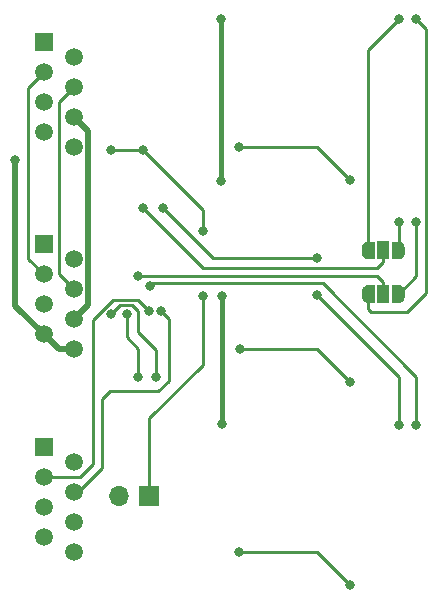
<source format=gbr>
%TF.GenerationSoftware,KiCad,Pcbnew,(5.1.9)-1*%
%TF.CreationDate,2021-01-06T02:37:49+01:00*%
%TF.ProjectId,SerialBT-Flarm-2.0,53657269-616c-4425-942d-466c61726d2d,2.0*%
%TF.SameCoordinates,Original*%
%TF.FileFunction,Copper,L2,Bot*%
%TF.FilePolarity,Positive*%
%FSLAX46Y46*%
G04 Gerber Fmt 4.6, Leading zero omitted, Abs format (unit mm)*
G04 Created by KiCad (PCBNEW (5.1.9)-1) date 2021-01-06 02:37:49*
%MOMM*%
%LPD*%
G01*
G04 APERTURE LIST*
%TA.AperFunction,ComponentPad*%
%ADD10O,1.700000X1.700000*%
%TD*%
%TA.AperFunction,ComponentPad*%
%ADD11R,1.700000X1.700000*%
%TD*%
%TA.AperFunction,SMDPad,CuDef*%
%ADD12R,1.000000X1.500000*%
%TD*%
%TA.AperFunction,SMDPad,CuDef*%
%ADD13C,0.100000*%
%TD*%
%TA.AperFunction,ComponentPad*%
%ADD14C,1.500000*%
%TD*%
%TA.AperFunction,ComponentPad*%
%ADD15R,1.500000X1.500000*%
%TD*%
%TA.AperFunction,ViaPad*%
%ADD16C,0.800000*%
%TD*%
%TA.AperFunction,Conductor*%
%ADD17C,0.400000*%
%TD*%
%TA.AperFunction,Conductor*%
%ADD18C,0.250000*%
%TD*%
%TA.AperFunction,Conductor*%
%ADD19C,0.500000*%
%TD*%
G04 APERTURE END LIST*
D10*
%TO.P,J1,2*%
%TO.N,GND*%
X144399000Y-108267500D03*
D11*
%TO.P,J1,1*%
%TO.N,NSHDN*%
X146939000Y-108267500D03*
%TD*%
D12*
%TO.P,JP2,2*%
%TO.N,RX-FLA-TTL*%
X166751000Y-91122500D03*
%TA.AperFunction,SMDPad,CuDef*%
D13*
%TO.P,JP2,3*%
%TO.N,RX-FLA-B-TTL*%
G36*
X168051000Y-90373102D02*
G01*
X168075534Y-90373102D01*
X168124365Y-90377912D01*
X168172490Y-90387484D01*
X168219445Y-90401728D01*
X168264778Y-90420505D01*
X168308051Y-90443636D01*
X168348850Y-90470896D01*
X168386779Y-90502024D01*
X168421476Y-90536721D01*
X168452604Y-90574650D01*
X168479864Y-90615449D01*
X168502995Y-90658722D01*
X168521772Y-90704055D01*
X168536016Y-90751010D01*
X168545588Y-90799135D01*
X168550398Y-90847966D01*
X168550398Y-90872500D01*
X168551000Y-90872500D01*
X168551000Y-91372500D01*
X168550398Y-91372500D01*
X168550398Y-91397034D01*
X168545588Y-91445865D01*
X168536016Y-91493990D01*
X168521772Y-91540945D01*
X168502995Y-91586278D01*
X168479864Y-91629551D01*
X168452604Y-91670350D01*
X168421476Y-91708279D01*
X168386779Y-91742976D01*
X168348850Y-91774104D01*
X168308051Y-91801364D01*
X168264778Y-91824495D01*
X168219445Y-91843272D01*
X168172490Y-91857516D01*
X168124365Y-91867088D01*
X168075534Y-91871898D01*
X168051000Y-91871898D01*
X168051000Y-91872500D01*
X167501000Y-91872500D01*
X167501000Y-90372500D01*
X168051000Y-90372500D01*
X168051000Y-90373102D01*
G37*
%TD.AperFunction*%
%TA.AperFunction,SMDPad,CuDef*%
%TO.P,JP2,1*%
%TO.N,RX-FLA-A-TTL*%
G36*
X166001000Y-91872500D02*
G01*
X165451000Y-91872500D01*
X165451000Y-91871898D01*
X165426466Y-91871898D01*
X165377635Y-91867088D01*
X165329510Y-91857516D01*
X165282555Y-91843272D01*
X165237222Y-91824495D01*
X165193949Y-91801364D01*
X165153150Y-91774104D01*
X165115221Y-91742976D01*
X165080524Y-91708279D01*
X165049396Y-91670350D01*
X165022136Y-91629551D01*
X164999005Y-91586278D01*
X164980228Y-91540945D01*
X164965984Y-91493990D01*
X164956412Y-91445865D01*
X164951602Y-91397034D01*
X164951602Y-91372500D01*
X164951000Y-91372500D01*
X164951000Y-90872500D01*
X164951602Y-90872500D01*
X164951602Y-90847966D01*
X164956412Y-90799135D01*
X164965984Y-90751010D01*
X164980228Y-90704055D01*
X164999005Y-90658722D01*
X165022136Y-90615449D01*
X165049396Y-90574650D01*
X165080524Y-90536721D01*
X165115221Y-90502024D01*
X165153150Y-90470896D01*
X165193949Y-90443636D01*
X165237222Y-90420505D01*
X165282555Y-90401728D01*
X165329510Y-90387484D01*
X165377635Y-90377912D01*
X165426466Y-90373102D01*
X165451000Y-90373102D01*
X165451000Y-90372500D01*
X166001000Y-90372500D01*
X166001000Y-91872500D01*
G37*
%TD.AperFunction*%
%TD*%
%TA.AperFunction,SMDPad,CuDef*%
%TO.P,JP1,1*%
%TO.N,TX-FLA-A-TTL*%
G36*
X166001000Y-88189500D02*
G01*
X165451000Y-88189500D01*
X165451000Y-88188898D01*
X165426466Y-88188898D01*
X165377635Y-88184088D01*
X165329510Y-88174516D01*
X165282555Y-88160272D01*
X165237222Y-88141495D01*
X165193949Y-88118364D01*
X165153150Y-88091104D01*
X165115221Y-88059976D01*
X165080524Y-88025279D01*
X165049396Y-87987350D01*
X165022136Y-87946551D01*
X164999005Y-87903278D01*
X164980228Y-87857945D01*
X164965984Y-87810990D01*
X164956412Y-87762865D01*
X164951602Y-87714034D01*
X164951602Y-87689500D01*
X164951000Y-87689500D01*
X164951000Y-87189500D01*
X164951602Y-87189500D01*
X164951602Y-87164966D01*
X164956412Y-87116135D01*
X164965984Y-87068010D01*
X164980228Y-87021055D01*
X164999005Y-86975722D01*
X165022136Y-86932449D01*
X165049396Y-86891650D01*
X165080524Y-86853721D01*
X165115221Y-86819024D01*
X165153150Y-86787896D01*
X165193949Y-86760636D01*
X165237222Y-86737505D01*
X165282555Y-86718728D01*
X165329510Y-86704484D01*
X165377635Y-86694912D01*
X165426466Y-86690102D01*
X165451000Y-86690102D01*
X165451000Y-86689500D01*
X166001000Y-86689500D01*
X166001000Y-88189500D01*
G37*
%TD.AperFunction*%
%TA.AperFunction,SMDPad,CuDef*%
%TO.P,JP1,3*%
%TO.N,TX-FLA-B-TTL*%
G36*
X168051000Y-86690102D02*
G01*
X168075534Y-86690102D01*
X168124365Y-86694912D01*
X168172490Y-86704484D01*
X168219445Y-86718728D01*
X168264778Y-86737505D01*
X168308051Y-86760636D01*
X168348850Y-86787896D01*
X168386779Y-86819024D01*
X168421476Y-86853721D01*
X168452604Y-86891650D01*
X168479864Y-86932449D01*
X168502995Y-86975722D01*
X168521772Y-87021055D01*
X168536016Y-87068010D01*
X168545588Y-87116135D01*
X168550398Y-87164966D01*
X168550398Y-87189500D01*
X168551000Y-87189500D01*
X168551000Y-87689500D01*
X168550398Y-87689500D01*
X168550398Y-87714034D01*
X168545588Y-87762865D01*
X168536016Y-87810990D01*
X168521772Y-87857945D01*
X168502995Y-87903278D01*
X168479864Y-87946551D01*
X168452604Y-87987350D01*
X168421476Y-88025279D01*
X168386779Y-88059976D01*
X168348850Y-88091104D01*
X168308051Y-88118364D01*
X168264778Y-88141495D01*
X168219445Y-88160272D01*
X168172490Y-88174516D01*
X168124365Y-88184088D01*
X168075534Y-88188898D01*
X168051000Y-88188898D01*
X168051000Y-88189500D01*
X167501000Y-88189500D01*
X167501000Y-86689500D01*
X168051000Y-86689500D01*
X168051000Y-86690102D01*
G37*
%TD.AperFunction*%
D12*
%TO.P,JP1,2*%
%TO.N,TX-FLA-TTL*%
X166751000Y-87439500D03*
%TD*%
D14*
%TO.P,J4,8*%
%TO.N,Net-(J4-Pad8)*%
X140525500Y-112966500D03*
%TO.P,J4,7*%
%TO.N,Net-(J4-Pad7)*%
X137985500Y-111696500D03*
%TO.P,J4,6*%
%TO.N,Net-(J4-Pad6)*%
X140525500Y-110426500D03*
%TO.P,J4,5*%
%TO.N,GND*%
X137985500Y-109156500D03*
%TO.P,J4,4*%
%TO.N,TX-KRT-232*%
X140525500Y-107886500D03*
%TO.P,J4,3*%
%TO.N,RX-KRT-232*%
X137985500Y-106616500D03*
%TO.P,J4,2*%
%TO.N,GND*%
X140525500Y-105346500D03*
D15*
%TO.P,J4,1*%
X137985500Y-104076500D03*
%TD*%
%TO.P,J3,1*%
%TO.N,GND*%
X137985500Y-86931500D03*
D14*
%TO.P,J3,2*%
X140525500Y-88201500D03*
%TO.P,J3,3*%
%TO.N,RX-FLA-232*%
X137985500Y-89471500D03*
%TO.P,J3,4*%
%TO.N,TX-FLA-232*%
X140525500Y-90741500D03*
%TO.P,J3,5*%
%TO.N,GND*%
X137985500Y-92011500D03*
%TO.P,J3,6*%
%TO.N,VDDF*%
X140525500Y-93281500D03*
%TO.P,J3,7*%
%TO.N,VCC*%
X137985500Y-94551500D03*
%TO.P,J3,8*%
X140525500Y-95821500D03*
%TD*%
D15*
%TO.P,J2,1*%
%TO.N,GND*%
X137985500Y-69786500D03*
D14*
%TO.P,J2,2*%
X140525500Y-71056500D03*
%TO.P,J2,3*%
%TO.N,RX-FLA-232*%
X137985500Y-72326500D03*
%TO.P,J2,4*%
%TO.N,TX-FLA-232*%
X140525500Y-73596500D03*
%TO.P,J2,5*%
%TO.N,GND*%
X137985500Y-74866500D03*
%TO.P,J2,6*%
%TO.N,VDDF*%
X140525500Y-76136500D03*
%TO.P,J2,7*%
%TO.N,VCC*%
X137985500Y-77406500D03*
%TO.P,J2,8*%
X140525500Y-78676500D03*
%TD*%
D16*
%TO.N,+3V3*%
X153035000Y-67881504D03*
X153034970Y-81597470D03*
X153098500Y-102171500D03*
X153098516Y-91313000D03*
%TO.N,Net-(C3-Pad2)*%
X145034000Y-92837000D03*
X145986500Y-98170992D03*
%TO.N,Net-(C4-Pad2)*%
X143726500Y-92863000D03*
X147510500Y-98171024D03*
%TO.N,NSHDN*%
X143700500Y-78900498D03*
X146367484Y-78930500D03*
X151447500Y-85788500D03*
X151447500Y-91313002D03*
%TO.N,VCC*%
X135572500Y-79819500D03*
%TO.N,TX-KRT-232*%
X147954994Y-92582994D03*
%TO.N,RX-KRT-232*%
X146875488Y-92583000D03*
%TO.N,TX-FLA-TTL*%
X146367500Y-83820000D03*
%TO.N,TX-KRT-TTL*%
X168084500Y-102235000D03*
X161099500Y-88074508D03*
X161099500Y-91186000D03*
X148082000Y-83820000D03*
%TO.N,Net-(R8-Pad2)*%
X154559000Y-112966500D03*
X163957000Y-115760500D03*
%TO.N,RX-FLA-TTL*%
X145986500Y-89598500D03*
%TO.N,RX-KRT-TTL*%
X147002485Y-90487492D03*
X169545012Y-102235000D03*
%TO.N,TX-FLA-B-TTL*%
X168084500Y-85026500D03*
%TO.N,TX-FLA-A-TTL*%
X168084500Y-67881500D03*
%TO.N,RX-FLA-B-TTL*%
X169545000Y-85026376D03*
%TO.N,RX-FLA-A-TTL*%
X169545000Y-67881500D03*
%TO.N,Net-(R10-Pad1)*%
X163957000Y-81470500D03*
X154559000Y-78676498D03*
%TO.N,Net-(R6-Pad1)*%
X154568000Y-95821498D03*
X163957026Y-98615500D03*
%TD*%
D17*
%TO.N,+3V3*%
X153035000Y-67881504D02*
X153035000Y-81597500D01*
X153035000Y-81597500D02*
X153034970Y-81597470D01*
X153098500Y-102171500D02*
X153098500Y-91313016D01*
X153098500Y-91313016D02*
X153098516Y-91313000D01*
D18*
%TO.N,Net-(C3-Pad2)*%
X145986500Y-95758000D02*
X145986500Y-98170992D01*
X145034000Y-94805500D02*
X145986500Y-95758000D01*
X145034000Y-92837000D02*
X145034000Y-94805500D01*
%TO.N,Net-(C4-Pad2)*%
X144484987Y-92104513D02*
X145501503Y-92104513D01*
X145501503Y-92104513D02*
X145970730Y-92573740D01*
X143726500Y-92863000D02*
X144484987Y-92104513D01*
X145970730Y-92573740D02*
X145970730Y-94345230D01*
X145970730Y-94345230D02*
X147510500Y-95885000D01*
X147510500Y-95885000D02*
X147510500Y-98171024D01*
%TO.N,NSHDN*%
X143700500Y-78900498D02*
X146337482Y-78900498D01*
X146337482Y-78900498D02*
X146367484Y-78930500D01*
X146367484Y-78930500D02*
X151447500Y-84010516D01*
X151447500Y-84010516D02*
X151447500Y-85788500D01*
X151447500Y-97155000D02*
X151447500Y-91313002D01*
X146939000Y-101663500D02*
X151447500Y-97155000D01*
X146939000Y-108267500D02*
X146939000Y-101663500D01*
D19*
%TO.N,VCC*%
X139255500Y-95821500D02*
X137985500Y-94551500D01*
X140525500Y-95821500D02*
X139255500Y-95821500D01*
X135572500Y-92138500D02*
X135572500Y-79819500D01*
X137985500Y-94551500D02*
X135572500Y-92138500D01*
D18*
%TO.N,TX-FLA-232*%
X139255500Y-89471500D02*
X140525500Y-90741500D01*
X139255500Y-74866500D02*
X139255500Y-89471500D01*
X140525500Y-73596500D02*
X139255500Y-74866500D01*
%TO.N,RX-FLA-232*%
X136652000Y-73660000D02*
X137985500Y-72326500D01*
X136652000Y-88138000D02*
X136652000Y-73660000D01*
X137985500Y-89471500D02*
X136652000Y-88138000D01*
%TO.N,TX-KRT-232*%
X147954994Y-92582994D02*
X148590000Y-93218000D01*
X148590000Y-93218000D02*
X148590000Y-98488500D01*
X147701000Y-99377500D02*
X143573500Y-99377500D01*
X148590000Y-98488500D02*
X147701000Y-99377500D01*
X143573500Y-99377500D02*
X142938500Y-100012500D01*
X142938500Y-105854500D02*
X140906500Y-107886500D01*
X142938500Y-100012500D02*
X142938500Y-105854500D01*
X140906500Y-107886500D02*
X140525500Y-107886500D01*
%TO.N,RX-KRT-232*%
X137985500Y-106616500D02*
X141097000Y-106616500D01*
X141097000Y-106616500D02*
X142176500Y-105537000D01*
X142176500Y-105537000D02*
X142176500Y-93339998D01*
X142176500Y-93339998D02*
X143861996Y-91654502D01*
X145946990Y-91654502D02*
X146875488Y-92583000D01*
X143861996Y-91654502D02*
X145946990Y-91654502D01*
%TO.N,TX-FLA-TTL*%
X151511000Y-88963500D02*
X146367500Y-83820000D01*
X166243000Y-88963500D02*
X151511000Y-88963500D01*
X166751000Y-88455500D02*
X166243000Y-88963500D01*
X166751000Y-87693500D02*
X166751000Y-88455500D01*
%TO.N,TX-KRT-TTL*%
X161499499Y-91585999D02*
X161099500Y-91186000D01*
X168084500Y-98171000D02*
X161499499Y-91585999D01*
X168084500Y-102171512D02*
X168084500Y-98171000D01*
X152336508Y-88074508D02*
X148082000Y-83820000D01*
X161099500Y-88074508D02*
X152336508Y-88074508D01*
%TO.N,Net-(R8-Pad2)*%
X161163000Y-112966500D02*
X163957000Y-115760500D01*
X154559000Y-112966500D02*
X161163000Y-112966500D01*
%TO.N,RX-FLA-TTL*%
X166243000Y-89598500D02*
X145986500Y-89598500D01*
X166751000Y-90106500D02*
X166243000Y-89598500D01*
X166751000Y-91503500D02*
X166751000Y-90106500D01*
%TO.N,RX-KRT-TTL*%
X169545012Y-98171012D02*
X169545012Y-102171500D01*
X147002485Y-90487492D02*
X147256477Y-90233500D01*
X147256477Y-90233500D02*
X161607500Y-90233500D01*
X161607500Y-90233500D02*
X169545012Y-98171012D01*
D19*
%TO.N,VDDF*%
X141725501Y-77336501D02*
X140525500Y-76136500D01*
X141725501Y-92081499D02*
X141725501Y-77336501D01*
X140525500Y-93281500D02*
X141725501Y-92081499D01*
D18*
%TO.N,TX-FLA-B-TTL*%
X168051000Y-85060000D02*
X168084500Y-85026500D01*
X168051000Y-87693500D02*
X168051000Y-85060000D01*
%TO.N,TX-FLA-A-TTL*%
X165451000Y-70515000D02*
X168084500Y-67881500D01*
X165451000Y-87693500D02*
X165451000Y-70515000D01*
%TO.N,RX-FLA-B-TTL*%
X169545000Y-89628500D02*
X168051000Y-91122500D01*
X169545000Y-85026376D02*
X169545000Y-89628500D01*
%TO.N,RX-FLA-A-TTL*%
X168783000Y-92646500D02*
X165671500Y-92646500D01*
X170370500Y-91059000D02*
X168783000Y-92646500D01*
X165671500Y-92646500D02*
X165451000Y-92426000D01*
X170370500Y-68707000D02*
X170370500Y-91059000D01*
X165451000Y-92426000D02*
X165451000Y-91122500D01*
X169545000Y-67881500D02*
X170370500Y-68707000D01*
%TO.N,Net-(R10-Pad1)*%
X154559002Y-78676500D02*
X154559000Y-78676498D01*
X161163000Y-78676500D02*
X154559002Y-78676500D01*
X163957000Y-81470500D02*
X161163000Y-78676500D01*
%TO.N,Net-(R6-Pad1)*%
X161163026Y-95821500D02*
X163957026Y-98615500D01*
X154568002Y-95821500D02*
X161163026Y-95821500D01*
X154568000Y-95821498D02*
X154568002Y-95821500D01*
%TD*%
M02*

</source>
